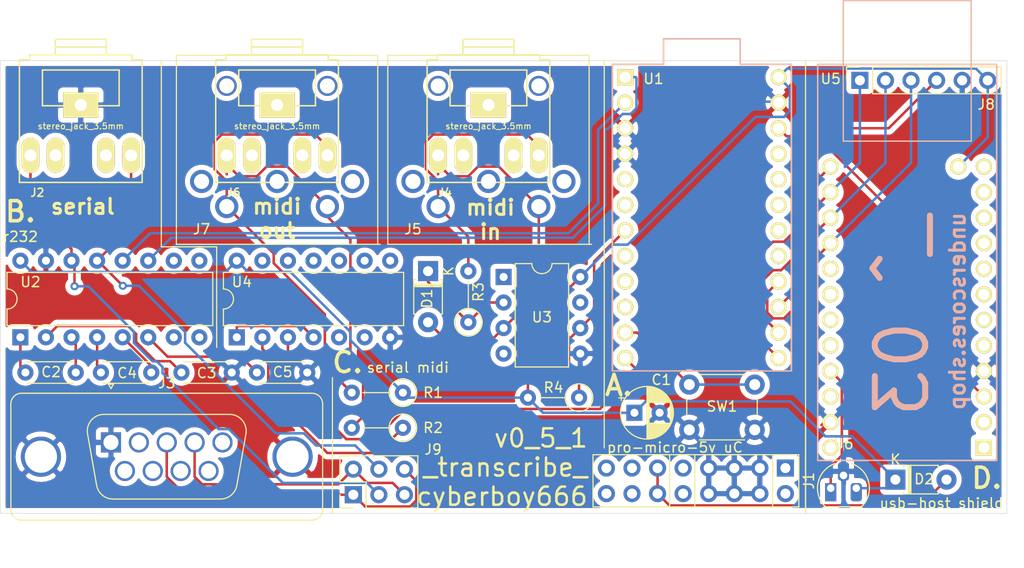
<source format=kicad_pcb>
(kicad_pcb (version 20171130) (host pcbnew 5.1.10)
  (title_block (title _transcribe_) (date 2022-02-22) (rev v0_5_1) (company cyberboy666) (comment 1 CC-BY-SA))
  (layers (0 F.Cu signal) (31 B.Cu signal) (34 B.Paste user) (35 F.Paste user) (36 B.SilkS user) (37 F.SilkS user) (38 B.Mask user) (39 F.Mask user) (44 Edge.Cuts user))
  (net 0 "")
  (net 1 "Net-(C2-Pad2)")
  (net 2 "Net-(C2-Pad1)")
  (net 3 GND)
  (net 4 "Net-(C3-Pad2)")
  (net 5 "Net-(C4-Pad2)")
  (net 6 "Net-(D1-Pad1)")
  (net 7 MIDI_IN_DATA)
  (net 8 RS_SERIAL_OUT)
  (net 9 RS_SERIAL_IN)
  (net 10 MIDI_IN_PLUS)
  (net 11 MIDI_OUT_PLUS)
  (net 12 MIDI_OUT_DATA)
  (net 13 "Net-(J5-Pad3)")
  (net 14 "Net-(J5-Pad2)")
  (net 15 "Net-(J5-Pad1)")
  (net 16 +5V)
  (net 17 MIDI_SERIAL_IN)
  (net 18 MIDI_SERIAL_OUT)
  (net 19 RST_HOST)
  (net 20 "Net-(U1-Pad20)")
  (net 21 "Net-(U1-Pad19)")
  (net 22 "Net-(U1-Pad18)")
  (net 23 "Net-(U1-Pad17)")
  (net 24 SKC_HOST)
  (net 25 MISO_HOST)
  (net 26 MOSI_HOST)
  (net 27 SS_HOST)
  (net 28 "Net-(U1-Pad10)")
  (net 29 "Net-(U1-Pad9)")
  (net 30 ALT_SERIAL_OUT)
  (net 31 ALT_SERIAL_IN)
  (net 32 "Net-(U1-Pad6)")
  (net 33 "Net-(U1-Pad5)")
  (net 34 "Net-(U2-Pad9)")
  (net 35 "Net-(U2-Pad10)")
  (net 36 "Net-(U2-Pad7)")
  (net 37 "Net-(U2-Pad8)")
  (net 38 3.3v)
  (net 39 "Net-(U4-Pad12)")
  (net 40 "Net-(U4-Pad11)")
  (net 41 "Net-(U4-Pad10)")
  (net 42 "Net-(U4-Pad9)")
  (net 43 "Net-(U4-Pad8)")
  (net 44 "Net-(U4-Pad6)")
  (net 45 "Net-(U4-Pad5)")
  (net 46 "Net-(U4-Pad1)")
  (net 47 "Net-(U5-Pad1)")
  (net 48 "Net-(U5-Pad7)")
  (net 49 "Net-(J7-Pad1)")
  (net 50 "Net-(J7-Pad2)")
  (net 51 "Net-(U1-Pad21)")
  (net 52 "Net-(C4-Pad1)")
  (net 53 "Net-(C5-Pad2)")
  (net 54 "Net-(J1-Pad1)")
  (net 55 "Net-(J1-Pad2)")
  (net 56 "Net-(J1-Pad9)")
  (net 57 "Net-(J1-Pad10)")
  (net 58 "Net-(J1-Pad13)")
  (net 59 "Net-(J1-Pad14)")
  (net 60 "Net-(J1-Pad15)")
  (net 61 "Net-(J1-Pad16)")
  (net 62 "Net-(J3-Pad1)")
  (net 63 "Net-(J3-Pad4)")
  (net 64 "Net-(J3-Pad6)")
  (net 65 "Net-(J3-Pad7)")
  (net 66 "Net-(J3-Pad8)")
  (net 67 "Net-(J3-Pad9)")
  (net 68 "Net-(J4-PadTN)")
  (net 69 "Net-(J4-PadRN)")
  (net 70 "Net-(J4-PadS)")
  (net 71 "Net-(J6-PadS)")
  (net 72 "Net-(J6-PadRN)")
  (net 73 "Net-(J6-PadTN)")
  (net 74 "Net-(J7-Pad3)")
  (net 75 "Net-(R2-Pad1)")
  (net 76 "Net-(U3-Pad1)")
  (net 77 "Net-(U3-Pad7)")
  (net 78 "Net-(U3-Pad4)")
  (net 79 "Net-(U4-Pad13)")
  (net 80 "Net-(U5-Pad24)")
  (net 81 "Net-(U5-Pad22)")
  (net 82 "Net-(U5-Pad20)")
  (net 83 "Net-(U5-Pad19)")
  (net 84 "Net-(U5-Pad18)")
  (net 85 "Net-(U5-Pad17)")
  (net 86 "Net-(U5-Pad12)")
  (net 87 "Net-(U5-Pad11)")
  (net 88 "Net-(U5-Pad10)")
  (net 89 "Net-(U5-Pad9)")
  (net 90 "Net-(U5-Pad8)")
  (net 91 "Net-(U5-Pad6)")
  (net 92 "Net-(U5-Pad5)")
  (net 93 "Net-(U5-Pad2)")
  (net 94 "Net-(D2-Pad2)")
  (net 95 "Net-(J2-PadTN)")
  (net 96 "Net-(J2-PadRN)")
  (net 97 "Net-(J3-Pad3)")
  (net 98 "Net-(J3-Pad2)")
  (net 99 "Net-(SW1-Pad2)")
  (net 100 "Net-(U1-Pad8)")
  (module lib_fp:horizontal_din5-A1010 (layer F.Cu) (at -249 -778)
    (fp_text reference J5 (at 0 4.75) (layer F.SilkS))
    (fp_text value din5)
    (pad 5 thru_hole circle (at 12.5 2.5) (size 2.3 2.3) (drill 1.5) (layers *.Cu *.Mask) (net 7 MIDI_IN_DATA))
    (pad "" thru_hole circle (at 2.5 -9.5) (size 2 2) (drill 1.5) (layers *.Cu *.Mask))
    (pad 3 thru_hole circle (at 15 0) (size 2.3 2.3) (drill 1.5) (layers *.Cu *.Mask) (net 13 "Net-(J5-Pad3)"))
    (pad 2 thru_hole circle (at 7.5 0) (size 2.3 2.3) (drill 1.5) (layers *.Cu *.Mask) (net 14 "Net-(J5-Pad2)"))
    (pad 1 thru_hole circle (at 0 0) (size 2.3 2.3) (drill 1.5) (layers *.Cu *.Mask) (net 15 "Net-(J5-Pad1)"))
    (pad 4 thru_hole circle (at 2.5 2.5) (size 2.3 2.3) (drill 1.5) (layers *.Cu *.Mask) (net 10 MIDI_IN_PLUS))
    (pad "" thru_hole circle (at 12.5 -9.5) (size 2 2) (drill 1.5) (layers *.Cu *.Mask))
  )
  (module lib_fp:horizontal_din5-A1010 (layer F.Cu) (at -270 -778)
    (fp_text reference J7 (at 0 4.75) (layer F.SilkS))
    (fp_text value din5)
    (pad 5 thru_hole circle (at 12.5 2.5) (size 2.3 2.3) (drill 1.5) (layers *.Cu *.Mask) (net 12 MIDI_OUT_DATA))
    (pad "" thru_hole circle (at 2.5 -9.5) (size 2 2) (drill 1.5) (layers *.Cu *.Mask))
    (pad 3 thru_hole circle (at 15 0) (size 2.3 2.3) (drill 1.5) (layers *.Cu *.Mask) (net 74 "Net-(J7-Pad3)"))
    (pad 2 thru_hole circle (at 7.5 0) (size 2.3 2.3) (drill 1.5) (layers *.Cu *.Mask) (net 50 "Net-(J7-Pad2)"))
    (pad 1 thru_hole circle (at 0 0) (size 2.3 2.3) (drill 1.5) (layers *.Cu *.Mask) (net 49 "Net-(J7-Pad1)"))
    (pad 4 thru_hole circle (at 2.5 2.5) (size 2.3 2.3) (drill 1.5) (layers *.Cu *.Mask) (net 11 MIDI_OUT_PLUS))
    (pad "" thru_hole circle (at 12.5 -9.5) (size 2 2) (drill 1.5) (layers *.Cu *.Mask))
  )
  (module lib_fp:horizontal_3.5mm_stereo_TRS_jack_A-853 (layer F.Cu) (at -282 -784)
    (fp_text reference J2 (at -4.318 7.112) (layer F.SilkS) (effects (font (size 0.8 0.8))))
    (fp_text value stereo_jack_3.5mm (at 0 0.508) (layer F.SilkS) (effects (font (size 0.6 0.6) (thickness 0.1))))
    (pad S thru_hole rect (at 0 -1.596) (size 3.5 2.5) (drill 1.2) (layers *.Cu *.Mask F.SilkS) (net 3 GND))
    (pad R thru_hole oval (at 5 3.41) (size 1.75 3.5) (drill 1.2) (layers *.Cu *.Mask F.SilkS) (net 9 RS_SERIAL_IN))
    (pad T thru_hole oval (at -5 3.41) (size 1.75 3.5) (drill 1.2) (layers *.Cu *.Mask F.SilkS) (net 8 RS_SERIAL_OUT))
    (pad RN thru_hole oval (at 2.5 3.41) (size 1.75 3.5) (drill 1.2) (layers *.Cu *.Mask F.SilkS) (net 96 "Net-(J2-PadRN)"))
    (pad TN thru_hole oval (at -2.5 3.41) (size 1.75 3.5) (drill 1.2) (layers *.Cu *.Mask F.SilkS) (net 95 "Net-(J2-PadTN)"))
  )
  (module lib_fp:horizontal_3.5mm_stereo_TRS_jack_A-853 (layer F.Cu) (at -241.5 -784)
    (fp_text reference J4 (at -4.318 7.112) (layer F.SilkS) (effects (font (size 0.8 0.8))))
    (fp_text value stereo_jack_3.5mm (at 0 0.508) (layer F.SilkS) (effects (font (size 0.6 0.6) (thickness 0.1))))
    (pad S thru_hole rect (at 0 -1.596) (size 3.5 2.5) (drill 1.2) (layers *.Cu *.Mask F.SilkS) (net 70 "Net-(J4-PadS)"))
    (pad R thru_hole oval (at 5 3.41) (size 1.75 3.5) (drill 1.2) (layers *.Cu *.Mask F.SilkS) (net 10 MIDI_IN_PLUS))
    (pad T thru_hole oval (at -5 3.41) (size 1.75 3.5) (drill 1.2) (layers *.Cu *.Mask F.SilkS) (net 7 MIDI_IN_DATA))
    (pad RN thru_hole oval (at 2.5 3.41) (size 1.75 3.5) (drill 1.2) (layers *.Cu *.Mask F.SilkS) (net 69 "Net-(J4-PadRN)"))
    (pad TN thru_hole oval (at -2.5 3.41) (size 1.75 3.5) (drill 1.2) (layers *.Cu *.Mask F.SilkS) (net 68 "Net-(J4-PadTN)"))
  )
  (module lib_fp:horizontal_3.5mm_stereo_TRS_jack_A-853 (layer F.Cu) (at -262.5 -784)
    (fp_text reference J6 (at -4.318 7.112) (layer F.SilkS) (effects (font (size 0.8 0.8))))
    (fp_text value stereo_jack_3.5mm (at 0 0.508) (layer F.SilkS) (effects (font (size 0.6 0.6) (thickness 0.1))))
    (pad S thru_hole rect (at 0 -1.596) (size 3.5 2.5) (drill 1.2) (layers *.Cu *.Mask F.SilkS) (net 71 "Net-(J6-PadS)"))
    (pad R thru_hole oval (at 5 3.41) (size 1.75 3.5) (drill 1.2) (layers *.Cu *.Mask F.SilkS) (net 11 MIDI_OUT_PLUS))
    (pad T thru_hole oval (at -5 3.41) (size 1.75 3.5) (drill 1.2) (layers *.Cu *.Mask F.SilkS) (net 12 MIDI_OUT_DATA))
    (pad RN thru_hole oval (at 2.5 3.41) (size 1.75 3.5) (drill 1.2) (layers *.Cu *.Mask F.SilkS) (net 72 "Net-(J6-PadRN)"))
    (pad TN thru_hole oval (at -2.5 3.41) (size 1.75 3.5) (drill 1.2) (layers *.Cu *.Mask F.SilkS) (net 73 "Net-(J6-PadTN)"))
  )
  (module lib_fp:ProMicro (layer F.Cu) (at -220.3 -774.4 270)
    (fp_text reference U1 hide)
    (fp_text value ProMicro)
    (fp_text user %R (at -13.8 4.8) (layer F.SilkS))
    (pad 24 thru_hole circle (at -13.97 -7.62 270) (size 1.6 1.6) (drill 1.1) (layers *.Cu *.Mask F.SilkS) (net 16 +5V))
    (pad 23 thru_hole circle (at -11.43 -7.62 270) (size 1.6 1.6) (drill 1.1) (layers *.Cu *.Mask F.SilkS) (net 3 GND))
    (pad 22 thru_hole circle (at -8.89 -7.62 270) (size 1.6 1.6) (drill 1.1) (layers *.Cu *.Mask F.SilkS) (net 19 RST_HOST))
    (pad 21 thru_hole circle (at -6.35 -7.62 270) (size 1.6 1.6) (drill 1.1) (layers *.Cu *.Mask F.SilkS) (net 51 "Net-(U1-Pad21)"))
    (pad 20 thru_hole circle (at -3.81 -7.62 270) (size 1.6 1.6) (drill 1.1) (layers *.Cu *.Mask F.SilkS) (net 20 "Net-(U1-Pad20)"))
    (pad 19 thru_hole circle (at -1.27 -7.62 270) (size 1.6 1.6) (drill 1.1) (layers *.Cu *.Mask F.SilkS) (net 21 "Net-(U1-Pad19)"))
    (pad 18 thru_hole circle (at 1.27 -7.62 270) (size 1.6 1.6) (drill 1.1) (layers *.Cu *.Mask F.SilkS) (net 22 "Net-(U1-Pad18)"))
    (pad 17 thru_hole circle (at 3.81 -7.62 270) (size 1.6 1.6) (drill 1.1) (layers *.Cu *.Mask F.SilkS) (net 23 "Net-(U1-Pad17)"))
    (pad 16 thru_hole circle (at 6.35 -7.62 270) (size 1.6 1.6) (drill 1.1) (layers *.Cu *.Mask F.SilkS) (net 24 SKC_HOST))
    (pad 15 thru_hole circle (at 8.89 -7.62 270) (size 1.6 1.6) (drill 1.1) (layers *.Cu *.Mask F.SilkS) (net 25 MISO_HOST))
    (pad 14 thru_hole circle (at 11.43 -7.62 270) (size 1.6 1.6) (drill 1.1) (layers *.Cu *.Mask F.SilkS) (net 26 MOSI_HOST))
    (pad 13 thru_hole circle (at 13.97 -7.62 270) (size 1.6 1.6) (drill 1.1) (layers *.Cu *.Mask F.SilkS) (net 27 SS_HOST))
    (pad 12 thru_hole circle (at 13.97 7.62 270) (size 1.6 1.6) (drill 1.1) (layers *.Cu *.Mask F.SilkS) (net 18 MIDI_SERIAL_OUT))
    (pad 11 thru_hole circle (at 11.43 7.62 270) (size 1.6 1.6) (drill 1.1) (layers *.Cu *.Mask F.SilkS) (net 99 "Net-(SW1-Pad2)"))
    (pad 10 thru_hole circle (at 8.89 7.62 270) (size 1.6 1.6) (drill 1.1) (layers *.Cu *.Mask F.SilkS) (net 28 "Net-(U1-Pad10)"))
    (pad 9 thru_hole circle (at 6.35 7.62 270) (size 1.6 1.6) (drill 1.1) (layers *.Cu *.Mask F.SilkS) (net 29 "Net-(U1-Pad9)"))
    (pad 8 thru_hole circle (at 3.81 7.62 270) (size 1.6 1.6) (drill 1.1) (layers *.Cu *.Mask F.SilkS) (net 100 "Net-(U1-Pad8)"))
    (pad 7 thru_hole circle (at 1.27 7.62 270) (size 1.6 1.6) (drill 1.1) (layers *.Cu *.Mask F.SilkS) (net 17 MIDI_SERIAL_IN))
    (pad 6 thru_hole circle (at -1.27 7.62 270) (size 1.6 1.6) (drill 1.1) (layers *.Cu *.Mask F.SilkS) (net 32 "Net-(U1-Pad6)"))
    (pad 5 thru_hole circle (at -3.81 7.62 270) (size 1.6 1.6) (drill 1.1) (layers *.Cu *.Mask F.SilkS) (net 33 "Net-(U1-Pad5)"))
    (pad 4 thru_hole circle (at -6.35 7.62 270) (size 1.6 1.6) (drill 1.1) (layers *.Cu *.Mask F.SilkS) (net 3 GND))
    (pad 3 thru_hole circle (at -8.89 7.62 270) (size 1.6 1.6) (drill 1.1) (layers *.Cu *.Mask F.SilkS) (net 3 GND))
    (pad 2 thru_hole circle (at -11.43 7.62 270) (size 1.6 1.6) (drill 1.1) (layers *.Cu *.Mask F.SilkS) (net 31 ALT_SERIAL_IN))
    (pad 1 thru_hole rect (at -13.97 7.62 270) (size 1.6 1.6) (drill 1.1) (layers *.Cu *.Mask F.SilkS) (net 30 ALT_SERIAL_OUT))
  )
  (module lib_fp:usbHostMidi (layer F.Cu) (at -199.9 -765.5 90)
    (fp_text reference U5 hide)
    (fp_text value usbHostMini)
    (fp_text user %R (at 22.7 -7.6 180) (layer F.SilkS))
    (pad 25 thru_hole circle (at 13.97 5.08 90) (size 1.6 1.6) (drill 1.1) (layers *.Cu *.Mask F.SilkS) (net 16 +5V))
    (pad 1 thru_hole rect (at -13.97 7.62 90) (size 1.6 1.6) (drill 1.1) (layers *.Cu *.Mask F.SilkS) (net 47 "Net-(U5-Pad1)"))
    (pad 2 thru_hole circle (at -11.43 7.62 90) (size 1.6 1.6) (drill 1.1) (layers *.Cu *.Mask F.SilkS) (net 93 "Net-(U5-Pad2)"))
    (pad 3 thru_hole circle (at -8.89 7.62 90) (size 1.6 1.6) (drill 1.1) (layers *.Cu *.Mask F.SilkS) (net 19 RST_HOST))
    (pad 4 thru_hole circle (at -6.35 7.62 90) (size 1.6 1.6) (drill 1.1) (layers *.Cu *.Mask F.SilkS) (net 3 GND))
    (pad 5 thru_hole circle (at -3.81 7.62 90) (size 1.6 1.6) (drill 1.1) (layers *.Cu *.Mask F.SilkS) (net 92 "Net-(U5-Pad5)"))
    (pad 6 thru_hole circle (at -1.27 7.62 90) (size 1.6 1.6) (drill 1.1) (layers *.Cu *.Mask F.SilkS) (net 91 "Net-(U5-Pad6)"))
    (pad 7 thru_hole circle (at 1.27 7.62 90) (size 1.6 1.6) (drill 1.1) (layers *.Cu *.Mask F.SilkS) (net 48 "Net-(U5-Pad7)"))
    (pad 8 thru_hole circle (at 3.81 7.62 90) (size 1.6 1.6) (drill 1.1) (layers *.Cu *.Mask F.SilkS) (net 90 "Net-(U5-Pad8)"))
    (pad 9 thru_hole circle (at 6.35 7.62 90) (size 1.6 1.6) (drill 1.1) (layers *.Cu *.Mask F.SilkS) (net 89 "Net-(U5-Pad9)"))
    (pad 10 thru_hole circle (at 8.89 7.62 90) (size 1.6 1.6) (drill 1.1) (layers *.Cu *.Mask F.SilkS) (net 88 "Net-(U5-Pad10)"))
    (pad 11 thru_hole circle (at 11.43 7.62 90) (size 1.6 1.6) (drill 1.1) (layers *.Cu *.Mask F.SilkS) (net 87 "Net-(U5-Pad11)"))
    (pad 12 thru_hole circle (at 13.97 7.62 90) (size 1.6 1.6) (drill 1.1) (layers *.Cu *.Mask F.SilkS) (net 86 "Net-(U5-Pad12)"))
    (pad 13 thru_hole circle (at 13.97 -7.62 90) (size 1.6 1.6) (drill 1.1) (layers *.Cu *.Mask F.SilkS) (net 27 SS_HOST))
    (pad 14 thru_hole circle (at 11.43 -7.62 90) (size 1.6 1.6) (drill 1.1) (layers *.Cu *.Mask F.SilkS) (net 26 MOSI_HOST))
    (pad 15 thru_hole circle (at 8.89 -7.62 90) (size 1.6 1.6) (drill 1.1) (layers *.Cu *.Mask F.SilkS) (net 25 MISO_HOST))
    (pad 16 thru_hole circle (at 6.35 -7.62 90) (size 1.6 1.6) (drill 1.1) (layers *.Cu *.Mask F.SilkS) (net 24 SKC_HOST))
    (pad 17 thru_hole circle (at 3.81 -7.62 90) (size 1.6 1.6) (drill 1.1) (layers *.Cu *.Mask F.SilkS) (net 85 "Net-(U5-Pad17)"))
    (pad 18 thru_hole circle (at 1.27 -7.62 90) (size 1.6 1.6) (drill 1.1) (layers *.Cu *.Mask F.SilkS) (net 84 "Net-(U5-Pad18)"))
    (pad 19 thru_hole circle (at -1.27 -7.62 90) (size 1.6 1.6) (drill 1.1) (layers *.Cu *.Mask F.SilkS) (net 83 "Net-(U5-Pad19)"))
    (pad 20 thru_hole circle (at -3.81 -7.62 90) (size 1.6 1.6) (drill 1.1) (layers *.Cu *.Mask F.SilkS) (net 82 "Net-(U5-Pad20)"))
    (pad 21 thru_hole circle (at -6.35 -7.62 90) (size 1.6 1.6) (drill 1.1) (layers *.Cu *.Mask F.SilkS) (net 38 3.3v))
    (pad 22 thru_hole circle (at -8.89 -7.62 90) (size 1.6 1.6) (drill 1.1) (layers *.Cu *.Mask F.SilkS) (net 81 "Net-(U5-Pad22)"))
    (pad 23 thru_hole circle (at -11.43 -7.62 90) (size 1.6 1.6) (drill 1.1) (layers *.Cu *.Mask F.SilkS) (net 3 GND))
    (pad 24 thru_hole circle (at -13.97 -7.62 90) (size 1.6 1.6) (drill 1.1) (layers *.Cu *.Mask F.SilkS) (net 80 "Net-(U5-Pad24)"))
  )
  (module Diode_THT:D_T-1_P5.08mm_Horizontal (layer F.Cu) (at -247.5 -769.08 270)
    (fp_text reference D1 (at 2.73 0.1 90) (layer F.SilkS))
    (fp_text value 1N4148)
    (fp_text user K (at 0 -2 90) (layer F.SilkS))
    (pad 1 thru_hole rect (at 0 0 270) (size 2 2) (drill 1) (layers *.Cu *.Mask) (net 6 "Net-(D1-Pad1)"))
    (pad 2 thru_hole oval (at 5.08 0 270) (size 2 2) (drill 1) (layers *.Cu *.Mask) (net 7 MIDI_IN_DATA))
  )
  (module Resistor_THT:R_Axial_DIN0207_L6.3mm_D2.5mm_P5.08mm_Vertical (layer F.Cu) (at -250 -753.5 180)
    (fp_text reference R2 (at -3 0) (layer F.SilkS))
    (fp_text value 220)
    (pad 2 thru_hole oval (at 5.08 0 180) (size 1.6 1.6) (drill 0.8) (layers *.Cu *.Mask) (net 12 MIDI_OUT_DATA))
    (pad 1 thru_hole circle (at 0 0 180) (size 1.6 1.6) (drill 0.8) (layers *.Cu *.Mask) (net 75 "Net-(R2-Pad1)"))
  )
  (module Package_DIP:DIP-16_W7.62mm (layer F.Cu) (at -288 -762.5 90)
    (fp_text reference U2 (at 5.5 1 180) (layer F.SilkS))
    (fp_text value MAX232)
    (pad 1 thru_hole rect (at 0 0 90) (size 1.6 1.6) (drill 0.8) (layers *.Cu *.Mask) (net 2 "Net-(C2-Pad1)"))
    (pad 9 thru_hole oval (at 7.62 17.78 90) (size 1.6 1.6) (drill 0.8) (layers *.Cu *.Mask) (net 34 "Net-(U2-Pad9)"))
    (pad 2 thru_hole oval (at 0 2.54 90) (size 1.6 1.6) (drill 0.8) (layers *.Cu *.Mask) (net 4 "Net-(C3-Pad2)"))
    (pad 10 thru_hole oval (at 7.62 15.24 90) (size 1.6 1.6) (drill 0.8) (layers *.Cu *.Mask) (net 35 "Net-(U2-Pad10)"))
    (pad 3 thru_hole oval (at 0 5.08 90) (size 1.6 1.6) (drill 0.8) (layers *.Cu *.Mask) (net 1 "Net-(C2-Pad2)"))
    (pad 11 thru_hole oval (at 7.62 12.7 90) (size 1.6 1.6) (drill 0.8) (layers *.Cu *.Mask) (net 30 ALT_SERIAL_OUT))
    (pad 4 thru_hole oval (at 0 7.62 90) (size 1.6 1.6) (drill 0.8) (layers *.Cu *.Mask) (net 52 "Net-(C4-Pad1)"))
    (pad 12 thru_hole oval (at 7.62 10.16 90) (size 1.6 1.6) (drill 0.8) (layers *.Cu *.Mask) (net 31 ALT_SERIAL_IN))
    (pad 5 thru_hole oval (at 0 10.16 90) (size 1.6 1.6) (drill 0.8) (layers *.Cu *.Mask) (net 5 "Net-(C4-Pad2)"))
    (pad 13 thru_hole oval (at 7.62 7.62 90) (size 1.6 1.6) (drill 0.8) (layers *.Cu *.Mask) (net 9 RS_SERIAL_IN))
    (pad 6 thru_hole oval (at 0 12.7 90) (size 1.6 1.6) (drill 0.8) (layers *.Cu *.Mask) (net 53 "Net-(C5-Pad2)"))
    (pad 14 thru_hole oval (at 7.62 5.08 90) (size 1.6 1.6) (drill 0.8) (layers *.Cu *.Mask) (net 8 RS_SERIAL_OUT))
    (pad 7 thru_hole oval (at 0 15.24 90) (size 1.6 1.6) (drill 0.8) (layers *.Cu *.Mask) (net 36 "Net-(U2-Pad7)"))
    (pad 15 thru_hole oval (at 7.62 2.54 90) (size 1.6 1.6) (drill 0.8) (layers *.Cu *.Mask) (net 3 GND))
    (pad 8 thru_hole oval (at 0 17.78 90) (size 1.6 1.6) (drill 0.8) (layers *.Cu *.Mask) (net 37 "Net-(U2-Pad8)"))
    (pad 16 thru_hole oval (at 7.62 0 90) (size 1.6 1.6) (drill 0.8) (layers *.Cu *.Mask) (net 16 +5V))
  )
  (module Package_DIP:DIP-8_W7.62mm (layer F.Cu) (at -240 -768.5)
    (fp_text reference U3 (at 3.81 4) (layer F.SilkS))
    (fp_text value 6N137)
    (pad 1 thru_hole rect (at 0 0) (size 1.6 1.6) (drill 0.8) (layers *.Cu *.Mask) (net 76 "Net-(U3-Pad1)"))
    (pad 5 thru_hole oval (at 7.62 7.62) (size 1.6 1.6) (drill 0.8) (layers *.Cu *.Mask) (net 3 GND))
    (pad 2 thru_hole oval (at 0 2.54) (size 1.6 1.6) (drill 0.8) (layers *.Cu *.Mask) (net 6 "Net-(D1-Pad1)"))
    (pad 6 thru_hole oval (at 7.62 5.08) (size 1.6 1.6) (drill 0.8) (layers *.Cu *.Mask) (net 17 MIDI_SERIAL_IN))
    (pad 3 thru_hole oval (at 0 5.08) (size 1.6 1.6) (drill 0.8) (layers *.Cu *.Mask) (net 7 MIDI_IN_DATA))
    (pad 7 thru_hole oval (at 7.62 2.54) (size 1.6 1.6) (drill 0.8) (layers *.Cu *.Mask) (net 77 "Net-(U3-Pad7)"))
    (pad 4 thru_hole oval (at 0 7.62) (size 1.6 1.6) (drill 0.8) (layers *.Cu *.Mask) (net 78 "Net-(U3-Pad4)"))
    (pad 8 thru_hole oval (at 7.62 0) (size 1.6 1.6) (drill 0.8) (layers *.Cu *.Mask) (net 16 +5V))
  )
  (module Resistor_THT:R_Axial_DIN0207_L6.3mm_D2.5mm_P5.08mm_Vertical (layer F.Cu) (at -243.5 -764 90)
    (fp_text reference R3 (at 3 1 90) (layer F.SilkS))
    (fp_text value 220)
    (pad 1 thru_hole circle (at 0 0 90) (size 1.6 1.6) (drill 0.8) (layers *.Cu *.Mask) (net 6 "Net-(D1-Pad1)"))
    (pad 2 thru_hole oval (at 5.08 0 90) (size 1.6 1.6) (drill 0.8) (layers *.Cu *.Mask) (net 10 MIDI_IN_PLUS))
  )
  (module Resistor_THT:R_Axial_DIN0207_L6.3mm_D2.5mm_P5.08mm_Vertical (layer F.Cu) (at -232.5 -756.5 180)
    (fp_text reference R4 (at 2.54 1) (layer F.SilkS))
    (fp_text value 10k)
    (pad 2 thru_hole oval (at 5.08 0 180) (size 1.6 1.6) (drill 0.8) (layers *.Cu *.Mask) (net 16 +5V))
    (pad 1 thru_hole circle (at 0 0 180) (size 1.6 1.6) (drill 0.8) (layers *.Cu *.Mask) (net 17 MIDI_SERIAL_IN))
  )
  (module Resistor_THT:R_Axial_DIN0207_L6.3mm_D2.5mm_P5.08mm_Vertical (layer F.Cu) (at -250 -757 180)
    (fp_text reference R1 (at -3 0) (layer F.SilkS))
    (fp_text value 220)
    (pad 1 thru_hole circle (at 0 0 180) (size 1.6 1.6) (drill 0.8) (layers *.Cu *.Mask) (net 16 +5V))
    (pad 2 thru_hole oval (at 5.08 0 180) (size 1.6 1.6) (drill 0.8) (layers *.Cu *.Mask) (net 11 MIDI_OUT_PLUS))
  )
  (module Package_DIP:DIP-14_W7.62mm (layer F.Cu) (at -266.5 -762.5 90)
    (fp_text reference U4 (at 5.5 0.5 180) (layer F.SilkS))
    (fp_text value CD4069)
    (pad 1 thru_hole rect (at 0 0 90) (size 1.6 1.6) (drill 0.8) (layers *.Cu *.Mask) (net 46 "Net-(U4-Pad1)"))
    (pad 8 thru_hole oval (at 7.62 15.24 90) (size 1.6 1.6) (drill 0.8) (layers *.Cu *.Mask) (net 43 "Net-(U4-Pad8)"))
    (pad 2 thru_hole oval (at 0 2.54 90) (size 1.6 1.6) (drill 0.8) (layers *.Cu *.Mask) (net 75 "Net-(R2-Pad1)"))
    (pad 9 thru_hole oval (at 7.62 12.7 90) (size 1.6 1.6) (drill 0.8) (layers *.Cu *.Mask) (net 42 "Net-(U4-Pad9)"))
    (pad 3 thru_hole oval (at 0 5.08 90) (size 1.6 1.6) (drill 0.8) (layers *.Cu *.Mask) (net 18 MIDI_SERIAL_OUT))
    (pad 10 thru_hole oval (at 7.62 10.16 90) (size 1.6 1.6) (drill 0.8) (layers *.Cu *.Mask) (net 41 "Net-(U4-Pad10)"))
    (pad 4 thru_hole oval (at 0 7.62 90) (size 1.6 1.6) (drill 0.8) (layers *.Cu *.Mask) (net 46 "Net-(U4-Pad1)"))
    (pad 11 thru_hole oval (at 7.62 7.62 90) (size 1.6 1.6) (drill 0.8) (layers *.Cu *.Mask) (net 40 "Net-(U4-Pad11)"))
    (pad 5 thru_hole oval (at 0 10.16 90) (size 1.6 1.6) (drill 0.8) (layers *.Cu *.Mask) (net 45 "Net-(U4-Pad5)"))
    (pad 12 thru_hole oval (at 7.62 5.08 90) (size 1.6 1.6) (drill 0.8) (layers *.Cu *.Mask) (net 39 "Net-(U4-Pad12)"))
    (pad 6 thru_hole oval (at 0 12.7 90) (size 1.6 1.6) (drill 0.8) (layers *.Cu *.Mask) (net 44 "Net-(U4-Pad6)"))
    (pad 13 thru_hole oval (at 7.62 2.54 90) (size 1.6 1.6) (drill 0.8) (layers *.Cu *.Mask) (net 79 "Net-(U4-Pad13)"))
    (pad 7 thru_hole oval (at 0 15.24 90) (size 1.6 1.6) (drill 0.8) (layers *.Cu *.Mask) (net 3 GND))
    (pad 14 thru_hole oval (at 7.62 0 90) (size 1.6 1.6) (drill 0.8) (layers *.Cu *.Mask) (net 16 +5V))
  )
  (module Capacitor_THT:CP_Radial_D5.0mm_P2.50mm (layer F.Cu) (at -227 -755)
    (fp_text reference C1 (at 2.675 -3.275) (layer F.SilkS))
    (fp_text value 100uf)
    (pad 1 thru_hole rect (at 0 0) (size 1.6 1.6) (drill 0.8) (layers *.Cu *.Mask) (net 16 +5V))
    (pad 2 thru_hole circle (at 2.5 0) (size 1.6 1.6) (drill 0.8) (layers *.Cu *.Mask) (net 3 GND))
  )
  (module Capacitor_THT:C_Disc_D4.3mm_W1.9mm_P5.00mm (layer F.Cu) (at -287.5 -759)
    (fp_text reference C2 (at 2.55 -0.05) (layer F.SilkS))
    (fp_text value 0.1u)
    (pad 1 thru_hole circle (at 0 0) (size 1.6 1.6) (drill 0.8) (layers *.Cu *.Mask) (net 2 "Net-(C2-Pad1)"))
    (pad 2 thru_hole circle (at 5 0) (size 1.6 1.6) (drill 0.8) (layers *.Cu *.Mask) (net 1 "Net-(C2-Pad2)"))
  )
  (module Capacitor_THT:C_Disc_D4.3mm_W1.9mm_P5.00mm (layer F.Cu) (at -267 -759 180)
    (fp_text reference C3 (at 2.5 -0.05) (layer F.SilkS))
    (fp_text value 0.1u)
    (pad 1 thru_hole circle (at 0 0 180) (size 1.6 1.6) (drill 0.8) (layers *.Cu *.Mask) (net 3 GND))
    (pad 2 thru_hole circle (at 5 0 180) (size 1.6 1.6) (drill 0.8) (layers *.Cu *.Mask) (net 4 "Net-(C3-Pad2)"))
  )
  (module Capacitor_THT:C_Disc_D4.3mm_W1.9mm_P5.00mm (layer F.Cu) (at -280 -759)
    (fp_text reference C4 (at 2.6 0.05) (layer F.SilkS))
    (fp_text value 0.1u)
    (pad 2 thru_hole circle (at 5 0) (size 1.6 1.6) (drill 0.8) (layers *.Cu *.Mask) (net 5 "Net-(C4-Pad2)"))
    (pad 1 thru_hole circle (at 0 0) (size 1.6 1.6) (drill 0.8) (layers *.Cu *.Mask) (net 52 "Net-(C4-Pad1)"))
  )
  (module Capacitor_THT:C_Disc_D4.3mm_W1.9mm_P5.00mm (layer F.Cu) (at -259.5 -759 180)
    (fp_text reference C5 (at 2.45 0.05) (layer F.SilkS))
    (fp_text value 0.1u)
    (pad 2 thru_hole circle (at 5 0 180) (size 1.6 1.6) (drill 0.8) (layers *.Cu *.Mask) (net 53 "Net-(C5-Pad2)"))
    (pad 1 thru_hole circle (at 0 0 180) (size 1.6 1.6) (drill 0.8) (layers *.Cu *.Mask) (net 3 GND))
  )
  (module Diode_THT:D_T-1_P5.08mm_Horizontal (layer F.Cu) (at -201.075 -748.35)
    (fp_text reference D2 (at 2.85 -0.05) (layer F.SilkS))
    (fp_text value 1N4148)
    (fp_text user K (at 0 -2) (layer F.SilkS))
    (pad 2 thru_hole oval (at 5.08 0) (size 2 2) (drill 1) (layers *.Cu *.Mask) (net 94 "Net-(D2-Pad2)"))
    (pad 1 thru_hole rect (at 0 0) (size 2 2) (drill 1) (layers *.Cu *.Mask) (net 16 +5V))
  )
  (module lib_fp:PinHeader_2x08_P2.54_Euro (layer F.Cu) (at -212 -749.5 270)
    (fp_text reference J1 (at 1.27 -2.33 90) (layer F.SilkS))
    (fp_text value europower)
    (pad 1 thru_hole rect (at 0 0 270) (size 1.7 1.7) (drill 1) (layers *.Cu *.Mask) (net 54 "Net-(J1-Pad1)"))
    (pad 2 thru_hole oval (at 2.54 0 270) (size 1.7 1.7) (drill 1) (layers *.Cu *.Mask) (net 55 "Net-(J1-Pad2)"))
    (pad 3 thru_hole oval (at 0 2.54 270) (size 1.7 1.7) (drill 1) (layers *.Cu *.Mask) (net 3 GND))
    (pad 4 thru_hole oval (at 2.54 2.54 270) (size 1.7 1.7) (drill 1) (layers *.Cu *.Mask) (net 3 GND))
    (pad 5 thru_hole oval (at 0 5.08 270) (size 1.7 1.7) (drill 1) (layers *.Cu *.Mask) (net 3 GND))
    (pad 6 thru_hole oval (at 2.54 5.08 270) (size 1.7 1.7) (drill 1) (layers *.Cu *.Mask) (net 3 GND))
    (pad 7 thru_hole oval (at 0 7.62 270) (size 1.7 1.7) (drill 1) (layers *.Cu *.Mask) (net 3 GND))
    (pad 8 thru_hole oval (at 2.54 7.62 270) (size 1.7 1.7) (drill 1) (layers *.Cu *.Mask) (net 3 GND))
    (pad 9 thru_hole oval (at 0 10.16 270) (size 1.7 1.7) (drill 1) (layers *.Cu *.Mask) (net 56 "Net-(J1-Pad9)"))
    (pad 10 thru_hole oval (at 2.54 10.16 270) (size 1.7 1.7) (drill 1) (layers *.Cu *.Mask) (net 57 "Net-(J1-Pad10)"))
    (pad 11 thru_hole oval (at 0 12.7 270) (size 1.7 1.7) (drill 1) (layers *.Cu *.Mask) (net 94 "Net-(D2-Pad2)"))
    (pad 12 thru_hole oval (at 2.54 12.7 270) (size 1.7 1.7) (drill 1) (layers *.Cu *.Mask) (net 94 "Net-(D2-Pad2)"))
    (pad 13 thru_hole oval (at 0 15.24 270) (size 1.7 1.7) (drill 1) (layers *.Cu *.Mask) (net 58 "Net-(J1-Pad13)"))
    (pad 14 thru_hole oval (at 2.54 15.24 270) (size 1.7 1.7) (drill 1) (layers *.Cu *.Mask) (net 59 "Net-(J1-Pad14)"))
    (pad 15 thru_hole oval (at 0 17.78 270) (size 1.7 1.7) (drill 1) (layers *.Cu *.Mask) (net 60 "Net-(J1-Pad15)"))
    (pad 16 thru_hole oval (at 2.54 17.78 270) (size 1.7 1.7) (drill 1) (layers *.Cu *.Mask) (net 61 "Net-(J1-Pad16)"))
  )
  (module Connector_PinSocket_2.54mm:PinSocket_1x06_P2.54mm_Vertical (layer F.Cu) (at -204.6 -788.05 90)
    (fp_text reference J8 (at -2.4 12.55) (layer F.SilkS))
    (fp_text value Conn_01x06)
    (pad 1 thru_hole rect (at 0 0 90) (size 1.7 1.7) (drill 1) (layers *.Cu *.Mask) (net 26 MOSI_HOST))
    (pad 2 thru_hole oval (at 0 2.54 90) (size 1.7 1.7) (drill 1) (layers *.Cu *.Mask) (net 25 MISO_HOST))
    (pad 3 thru_hole oval (at 0 5.08 90) (size 1.7 1.7) (drill 1) (layers *.Cu *.Mask) (net 24 SKC_HOST))
    (pad 4 thru_hole oval (at 0 7.62 90) (size 1.7 1.7) (drill 1) (layers *.Cu *.Mask) (net 19 RST_HOST))
    (pad 5 thru_hole oval (at 0 10.16 90) (size 1.7 1.7) (drill 1) (layers *.Cu *.Mask) (net 3 GND))
    (pad 6 thru_hole oval (at 0 12.7 90) (size 1.7 1.7) (drill 1) (layers *.Cu *.Mask) (net 16 +5V))
  )
  (module Package_TO_SOT_THT:TO-92_HandSolder (layer F.Cu) (at -207.5 -747.5)
    (fp_text reference U6 (at 1.27 -4.4) (layer F.SilkS))
    (fp_text value 78L33)
    (pad 2 thru_hole roundrect (at 1.27 -1.27) (size 1.1 1.8) (drill 0.75 (offset 0 -0.4)) (layers *.Cu *.Mask) (net 3 GND))
    (pad 3 thru_hole roundrect (at 2.54 0) (size 1.1 1.8) (drill 0.75 (offset 0 0.4)) (layers *.Cu *.Mask) (net 16 +5V))
    (pad 1 thru_hole rect (at 0 0) (size 1.1 1.8) (drill 0.75 (offset 0 0.4)) (layers *.Cu *.Mask) (net 38 3.3v))
  )
  (module lib_fp:tht_DSUB-9_Vertical_Tayda (layer F.Cu) (at -279 -752.05)
    (fp_text reference J3 (at 5.54 -5.89) (layer F.SilkS))
    (fp_text value dsub9_socket)
    (pad 5 thru_hole rect (at 0 0) (size 2 2) (drill 1.5) (layers *.Cu *.Mask) (net 3 GND))
    (pad 4 thru_hole circle (at 2.77 0) (size 2 2) (drill 1.5) (layers *.Cu *.Mask) (net 63 "Net-(J3-Pad4)"))
    (pad 3 thru_hole circle (at 5.54 0) (size 2 2) (drill 1.5) (layers *.Cu *.Mask) (net 97 "Net-(J3-Pad3)"))
    (pad 2 thru_hole circle (at 8.31 0) (size 2 2) (drill 1.5) (layers *.Cu *.Mask) (net 98 "Net-(J3-Pad2)"))
    (pad 1 thru_hole circle (at 11.08 0) (size 2 2) (drill 1.5) (layers *.Cu *.Mask) (net 62 "Net-(J3-Pad1)"))
    (pad 9 thru_hole circle (at 1.385 2.84) (size 2 2) (drill 1.5) (layers *.Cu *.Mask) (net 67 "Net-(J3-Pad9)"))
    (pad 8 thru_hole circle (at 4.155 2.84) (size 2 2) (drill 1.5) (layers *.Cu *.Mask) (net 66 "Net-(J3-Pad8)"))
    (pad 7 thru_hole circle (at 6.925 2.84) (size 2 2) (drill 1.5) (layers *.Cu *.Mask) (net 65 "Net-(J3-Pad7)"))
    (pad 6 thru_hole circle (at 9.695 2.84) (size 2 2) (drill 1.5) (layers *.Cu *.Mask) (net 64 "Net-(J3-Pad6)"))
    (pad 0 thru_hole circle (at -6.96 1.42) (size 4 4) (drill 3.2) (layers *.Cu *.Mask) (net 3 GND))
    (pad 0 thru_hole circle (at 18.04 1.42) (size 4 4) (drill 3.2) (layers *.Cu *.Mask) (net 3 GND))
  )
  (module Connector_PinHeader_2.54mm:PinHeader_2x03_P2.54mm_Vertical (layer F.Cu) (at -254.925 -746.85 90)
    (fp_text reference J9 (at 4.5 7.925 180) (layer F.SilkS))
    (fp_text value Conn_02x03_Odd_Even)
    (pad 1 thru_hole rect (at 0 0 90) (size 1.7 1.7) (drill 1) (layers *.Cu *.Mask) (net 97 "Net-(J3-Pad3)"))
    (pad 2 thru_hole oval (at 2.54 0 90) (size 1.7 1.7) (drill 1) (layers *.Cu *.Mask) (net 98 "Net-(J3-Pad2)"))
    (pad 3 thru_hole oval (at 0 2.54 90) (size 1.7 1.7) (drill 1) (layers *.Cu *.Mask) (net 8 RS_SERIAL_OUT))
    (pad 4 thru_hole oval (at 2.54 2.54 90) (size 1.7 1.7) (drill 1) (layers *.Cu *.Mask) (net 9 RS_SERIAL_IN))
    (pad 5 thru_hole oval (at 0 5.08 90) (size 1.7 1.7) (drill 1) (layers *.Cu *.Mask) (net 98 "Net-(J3-Pad2)"))
    (pad 6 thru_hole oval (at 2.54 5.08 90) (size 1.7 1.7) (drill 1) (layers *.Cu *.Mask) (net 97 "Net-(J3-Pad3)"))
  )
  (module Button_Switch_THT:SW_PUSH_6mm_H7.3mm (layer F.Cu) (at -215.05 -753.3 180)
    (fp_text reference SW1 (at 3.25 2.325) (layer F.SilkS))
    (fp_text value SW_Push_Dual)
    (pad 2 thru_hole circle (at 0 4.5 270) (size 2 2) (drill 1.1) (layers *.Cu *.Mask) (net 99 "Net-(SW1-Pad2)"))
    (pad 1 thru_hole circle (at 0 0 270) (size 2 2) (drill 1.1) (layers *.Cu *.Mask) (net 3 GND))
    (pad 2 thru_hole circle (at 6.5 4.5 270) (size 2 2) (drill 1.1) (layers *.Cu *.Mask) (net 99 "Net-(SW1-Pad2)"))
    (pad 1 thru_hole circle (at 6.5 0 270) (size 2 2) (drill 1.1) (layers *.Cu *.Mask) (net 3 GND))
  )
  (gr_text "_^ 03" (at -200.4 -764.6 90) (layer B.SilkS) (effects (font (size 5 5) (thickness 0.6)) (justify mirror)))
  (gr_text underscores.shop (at -194.9 -765.1 90) (layer B.SilkS) (effects (font (size 1.5 1.5) (thickness 0.3)) (justify mirror)))
  (gr_text "midi\nin" (at -241.3 -774.2) (layer F.SilkS) (effects (font (size 1.5 1.5) (thickness 0.3))))
  (gr_text "midi\nout" (at -262.5 -774.3) (layer F.SilkS) (effects (font (size 1.5 1.5) (thickness 0.3))))
  (gr_text serial (at -281.8 -775.5) (layer F.SilkS) (effects (font (size 1.5 1.5) (thickness 0.3))))
  (gr_text D. (at -192 -748.5) (layer F.SilkS) (effects (font (size 2 2) (thickness 0.35))))
  (gr_line (start -268.5 -761.5) (end -268.5 -771.5) (layer F.SilkS) (width 0.12))
  (gr_line (start -274 -771.5) (end -274 -790) (layer F.SilkS) (width 0.12))
  (gr_line (start -268.5 -771.5) (end -274 -771.5) (layer F.SilkS) (width 0.12))
  (gr_line (start -257 -745) (end -257 -758.5) (layer F.SilkS) (width 0.12))
  (gr_text "v0_5_1\n_transcribe_\ncyberboy666" (at -231.5 -749.575) (layer F.SilkS) (effects (font (size 1.8 1.8) (thickness 0.25)) (justify right)))
  (gr_text r232 (at -288 -772.5) (layer F.SilkS) (effects (font (size 1 1))))
  (gr_text "serial midi" (at -249.5 -759.5) (layer F.SilkS) (effects (font (size 1 1))))
  (gr_text "pro-micro-5v uC" (at -222.975 -751.55) (layer F.SilkS) (effects (font (size 1 1))))
  (gr_text "usb-host shield" (at -196.5 -746) (layer F.SilkS) (effects (font (size 1 1))))
  (gr_text C. (at -255.5 -760) (layer F.SilkS) (effects (font (size 2 2) (thickness 0.35))))
  (gr_text B. (at -288 -775) (layer F.SilkS) (effects (font (size 2 2) (thickness 0.35))))
  (gr_text A. (at -228.55 -757.725) (layer F.SilkS) (effects (font (size 2 2) (thickness 0.35))))
  (gr_line (start -230 -790) (end -230 -751.5) (layer F.SilkS) (width 0.12))
  (gr_line (start -210 -745) (end -210 -754) (layer F.SilkS) (width 0.12))
  (gr_line (start -210 -790) (end -210 -745) (layer F.SilkS) (width 0.12))
  (gr_line (start -290 -745) (end -290 -790) (layer Edge.Cuts) (width 0.05))
  (gr_line (start -190 -745) (end -290 -745) (layer Edge.Cuts) (width 0.05))
  (gr_line (start -190 -790) (end -190 -745) (layer Edge.Cuts) (width 0.05))
  (gr_line (start -290 -790) (end -190 -790) (layer Edge.Cuts) (width 0.05))
  (segment (start -283.5 -762.5) (end -282.92 -762.5) (width 0.25) (layer F.Cu) (net 1))
  (segment (start -282.5 -762.08) (end -282.92 -762.5) (width 0.25) (layer F.Cu) (net 1))
  (segment (start -282.5 -759) (end -282.5 -762.08) (width 0.25) (layer F.Cu) (net 1))
  (segment (start -288 -759.5) (end -287.5 -759) (width 0.25) (layer F.Cu) (net 2))
  (segment (start -288 -762.5) (end -288 -759.5) (width 0.25) (layer F.Cu) (net 2))
  (segment (start -208.419999 -753.770001) (end -207.62 -754.57) (width 0.25) (layer F.Cu) (net 3))
  (segment (start -225.08 -785.93) (end -212.38 -785.93) (width 0.25) (layer B.Cu) (net 3))
  (segment (start -227.62 -783.39) (end -225.08 -785.93) (width 0.25) (layer B.Cu) (net 3))
  (segment (start -267.92 -758.08) (end -267 -759) (width 0.25) (layer F.Cu) (net 3))
  (segment (start -273.125001 -760.125001) (end -272.799999 -759.799999) (width 0.25) (layer F.Cu) (net 4))
  (segment (start -272.799999 -759.799999) (end -272 -759) (width 0.25) (layer F.Cu) (net 4))
  (segment (start -274.590003 -760.125001) (end -273.125001 -760.125001) (width 0.25) (layer F.Cu) (net 4))
  (segment (start -277.299999 -763.625001) (end -276.5 -762.825002) (width 0.25) (layer F.Cu) (net 4))
  (segment (start -276.5 -762.034998) (end -274.590003 -760.125001) (width 0.25) (layer F.Cu) (net 4))
  (segment (start -276.5 -762.825002) (end -276.5 -762.034998) (width 0.25) (layer F.Cu) (net 4))
  (segment (start -284.334999 -763.625001) (end -277.299999 -763.625001) (width 0.25) (layer F.Cu) (net 4))
  (segment (start -285.46 -762.5) (end -284.334999 -763.625001) (width 0.25) (layer F.Cu) (net 4))
  (segment (start -278.5 -762.5) (end -277.84 -762.5) (width 0.25) (layer F.Cu) (net 5))
  (segment (start -275 -759.66) (end -275 -759) (width 0.25) (layer F.Cu) (net 5))
  (segment (start -277.84 -762.5) (end -275 -759.66) (width 0.25) (layer F.Cu) (net 5))
  (segment (start -243.46 -764) (end -243.5 -764) (width 0.25) (layer F.Cu) (net 6))
  (segment (start -247.5 -768) (end -247.5 -769.08) (width 0.25) (layer F.Cu) (net 6))
  (segment (start -243.5 -764) (end -247.5 -768) (width 0.25) (layer F.Cu) (net 6))
  (segment (start -241.54 -765.96) (end -243.5 -764) (width 0.25) (layer F.Cu) (net 6))
  (segment (start -240 -765.96) (end -241.54 -765.96) (width 0.25) (layer F.Cu) (net 6))
  (segment (start -246.5 -778.715) (end -246.5 -779.59) (width 0.25) (layer F.Cu) (net 7))
  (segment (start -243.50294 -778.51499) (end -245.29999 -778.51499) (width 0.25) (layer F.Cu) (net 7))
  (segment (start -245.29999 -778.51499) (end -246.5 -779.715) (width 0.25) (layer F.Cu) (net 7))
  (segment (start -242.542929 -779.475001) (end -243.50294 -778.51499) (width 0.25) (layer F.Cu) (net 7))
  (segment (start -240.475001 -779.475001) (end -242.542929 -779.475001) (width 0.25) (layer F.Cu) (net 7))
  (segment (start -246.5 -779.715) (end -246.5 -780.59) (width 0.25) (layer F.Cu) (net 7))
  (segment (start -236.5 -775.5) (end -240.475001 -779.475001) (width 0.25) (layer F.Cu) (net 7))
  (segment (start -236.5 -766.92) (end -240 -763.42) (width 0.25) (layer F.Cu) (net 7))
  (segment (start -236.5 -774.5) (end -236.5 -766.92) (width 0.25) (layer F.Cu) (net 7))
  (segment (start -246.500001 -763.000001) (end -247.5 -764) (width 0.25) (layer F.Cu) (net 7))
  (segment (start -245.5 -762) (end -246.500001 -763.000001) (width 0.25) (layer F.Cu) (net 7))
  (segment (start -241.42 -762) (end -245.5 -762) (width 0.25) (layer F.Cu) (net 7))
  (segment (start -240 -763.42) (end -241.42 -762) (width 0.25) (layer F.Cu) (net 7))
  (segment (start -287 -778.59) (end -287 -780.59) (width 0.25) (layer F.Cu) (net 8))
  (segment (start -287 -775.33137) (end -287 -778.59) (width 0.25) (layer F.Cu) (net 8))
  (segment (start -282.92 -771.25137) (end -287 -775.33137) (width 0.25) (layer F.Cu) (net 8))
  (segment (start -282.92 -770.12) (end -282.92 -771.25137) (width 0.25) (layer F.Cu) (net 8))
  (segment (start -281.249998 -767.575) (end -282.625 -767.575) (width 0.25) (layer B.Cu) (net 8))
  (via (at -282.625 -767.575) (size 0.8) (drill 0.4) (layers F.Cu B.Cu) (net 8))
  (segment (start -276.714999 -763.040001) (end -281.249998 -767.575) (width 0.25) (layer B.Cu) (net 8))
  (segment (start -274.880001 -760.125001) (end -276.714999 -761.959999) (width 0.25) (layer B.Cu) (net 8))
  (segment (start -273.874999 -759.540001) (end -274.459999 -760.125001) (width 0.25) (layer B.Cu) (net 8))
  (segment (start -267.283999 -753.375001) (end -268.300001 -753.375001) (width 0.25) (layer B.Cu) (net 8))
  (segment (start -274.459999 -760.125001) (end -274.880001 -760.125001) (width 0.25) (layer B.Cu) (net 8))
  (segment (start -273.874999 -758.949999) (end -273.874999 -759.540001) (width 0.25) (layer B.Cu) (net 8))
  (segment (start -261.933999 -748.025001) (end -267.283999 -753.375001) (width 0.25) (layer B.Cu) (net 8))
  (segment (start -253.560001 -748.025001) (end -261.933999 -748.025001) (width 0.25) (layer B.Cu) (net 8))
  (segment (start -276.714999 -761.959999) (end -276.714999 -763.040001) (width 0.25) (layer B.Cu) (net 8))
  (segment (start -268.300001 -753.375001) (end -273.874999 -758.949999) (width 0.25) (layer B.Cu) (net 8))
  (segment (start -252.385 -746.85) (end -253.560001 -748.025001) (width 0.25) (layer B.Cu) (net 8))
  (segment (start -282.625 -769.825) (end -282.92 -770.12) (width 0.25) (layer F.Cu) (net 8))
  (segment (start -282.625 -767.575) (end -282.625 -769.825) (width 0.25) (layer F.Cu) (net 8))
  (segment (start -277 -773.5) (end -277 -780.59) (width 0.25) (layer F.Cu) (net 9))
  (segment (start -280.38 -770.12) (end -277 -773.5) (width 0.25) (layer F.Cu) (net 9))
  (segment (start -276.219998 -767.625) (end -277.825 -767.625) (width 0.25) (layer B.Cu) (net 9))
  (segment (start -271.634999 -763.040001) (end -276.219998 -767.625) (width 0.25) (layer B.Cu) (net 9))
  (via (at -277.825 -767.625) (size 0.8) (drill 0.4) (layers F.Cu B.Cu) (net 9))
  (segment (start -271.634999 -761.959999) (end -271.634999 -763.040001) (width 0.25) (layer B.Cu) (net 9))
  (segment (start -262.630001 -752.955001) (end -271.634999 -761.959999) (width 0.25) (layer B.Cu) (net 9))
  (segment (start -259.843999 -752.955001) (end -262.630001 -752.955001) (width 0.25) (layer B.Cu) (net 9))
  (segment (start -258.634999 -751.746001) (end -259.843999 -752.955001) (width 0.25) (layer B.Cu) (net 9))
  (segment (start -254.741001 -751.746001) (end -258.634999 -751.746001) (width 0.25) (layer B.Cu) (net 9))
  (segment (start -252.385 -749.39) (end -254.741001 -751.746001) (width 0.25) (layer B.Cu) (net 9))
  (segment (start -280.32 -770.12) (end -280.38 -770.12) (width 0.25) (layer F.Cu) (net 9))
  (segment (start -277.825 -767.625) (end -280.32 -770.12) (width 0.25) (layer F.Cu) (net 9))
  (segment (start -236.5 -780.465) (end -236.5 -779.59) (width 0.25) (layer F.Cu) (net 10))
  (segment (start -246.42 -774.5) (end -246.5 -774.5) (width 0.25) (layer F.Cu) (net 10))
  (segment (start -246.5 -775.5) (end -246.5 -778.01793) (width 0.25) (layer F.Cu) (net 10))
  (segment (start -246.99706 -782.66501) (end -237.66501 -782.66501) (width 0.25) (layer F.Cu) (net 10))
  (segment (start -236.5 -781.5) (end -236.5 -780.59) (width 0.25) (layer F.Cu) (net 10))
  (segment (start -237.66501 -782.66501) (end -236.5 -781.5) (width 0.25) (layer F.Cu) (net 10))
  (segment (start -247.70001 -781.96206) (end -246.99706 -782.66501) (width 0.25) (layer F.Cu) (net 10))
  (segment (start -247.70001 -779.21794) (end -247.70001 -781.96206) (width 0.25) (layer F.Cu) (net 10))
  (segment (start -246.5 -778.01793) (end -247.70001 -779.21794) (width 0.25) (layer F.Cu) (net 10))
  (segment (start -243.5 -772.5) (end -246.5 -775.5) (width 0.25) (layer F.Cu) (net 10))
  (segment (start -243.5 -769.08) (end -243.5 -772.5) (width 0.25) (layer F.Cu) (net 10))
  (segment (start -257.5 -780.465) (end -257.5 -779.59) (width 0.25) (layer F.Cu) (net 11))
  (segment (start -257.5 -781.465) (end -257.5 -780.59) (width 0.25) (layer F.Cu) (net 11))
  (segment (start -258.70001 -782.66501) (end -257.5 -781.465) (width 0.25) (layer F.Cu) (net 11))
  (segment (start -267.99706 -782.66501) (end -258.70001 -782.66501) (width 0.25) (layer F.Cu) (net 11))
  (segment (start -268.70001 -779.21794) (end -268.70001 -781.96206) (width 0.25) (layer F.Cu) (net 11))
  (segment (start -268.70001 -781.96206) (end -267.99706 -782.66501) (width 0.25) (layer F.Cu) (net 11))
  (segment (start -267.5 -778.01793) (end -268.70001 -779.21794) (width 0.25) (layer F.Cu) (net 11))
  (segment (start -267.5 -775.5) (end -267.5 -778.01793) (width 0.25) (layer F.Cu) (net 11))
  (segment (start -266.350001 -774.350001) (end -267.5 -775.5) (width 0.25) (layer F.Cu) (net 11))
  (segment (start -262.834999 -769.869997) (end -262.834999 -770.834999) (width 0.25) (layer F.Cu) (net 11))
  (segment (start -257.754999 -764.789997) (end -262.834999 -769.869997) (width 0.25) (layer F.Cu) (net 11))
  (segment (start -257.754999 -759.674999) (end -257.754999 -764.789997) (width 0.25) (layer F.Cu) (net 11))
  (segment (start -262.834999 -770.834999) (end -266.350001 -774.350001) (width 0.25) (layer F.Cu) (net 11))
  (segment (start -255.08 -757) (end -257.754999 -759.674999) (width 0.25) (layer F.Cu) (net 11))
  (segment (start -267.5 -778.715) (end -267.5 -779.59) (width 0.25) (layer F.Cu) (net 12))
  (segment (start -256.350001 -773.350001) (end -257.5 -774.5) (width 0.25) (layer F.Cu) (net 12))
  (segment (start -255.214999 -772.214999) (end -256.350001 -773.350001) (width 0.25) (layer F.Cu) (net 12))
  (segment (start -255.214999 -759.749997) (end -255.214999 -772.214999) (width 0.25) (layer F.Cu) (net 12))
  (segment (start -253.954999 -758.489997) (end -255.214999 -759.749997) (width 0.25) (layer F.Cu) (net 12))
  (segment (start -253.954999 -754.625001) (end -253.954999 -758.489997) (width 0.25) (layer F.Cu) (net 12))
  (segment (start -255.08 -753.5) (end -253.954999 -754.625001) (width 0.25) (layer F.Cu) (net 12))
  (segment (start -267.5 -779.715) (end -267.5 -780.59) (width 0.25) (layer F.Cu) (net 12))
  (segment (start -263.542929 -779.475001) (end -264.50294 -778.51499) (width 0.25) (layer F.Cu) (net 12))
  (segment (start -266.29999 -778.51499) (end -267.5 -779.715) (width 0.25) (layer F.Cu) (net 12))
  (segment (start -264.50294 -778.51499) (end -266.29999 -778.51499) (width 0.25) (layer F.Cu) (net 12))
  (segment (start -261.475001 -779.475001) (end -263.542929 -779.475001) (width 0.25) (layer F.Cu) (net 12))
  (segment (start -257.5 -775.5) (end -261.475001 -779.475001) (width 0.25) (layer F.Cu) (net 12))
  (segment (start -267.5 -778.715) (end -267.5 -780.59) (width 0.25) (layer F.Cu) (net 12))
  (segment (start -236.08 -764.8) (end -232.38 -768.5) (width 0.25) (layer F.Cu) (net 16))
  (segment (start -237.58 -764.8) (end -236.08 -764.8) (width 0.25) (layer F.Cu) (net 16))
  (segment (start -237.58 -756.5) (end -237.58 -764.8) (width 0.25) (layer F.Cu) (net 16))
  (segment (start -231.580001 -769.299999) (end -232.38 -768.5) (width 0.25) (layer B.Cu) (net 16))
  (segment (start -229.164999 -771.715001) (end -231.580001 -769.299999) (width 0.25) (layer B.Cu) (net 16))
  (segment (start -227.669997 -771.715001) (end -229.164999 -771.715001) (width 0.25) (layer B.Cu) (net 16))
  (segment (start -214.969997 -784.415001) (end -227.669997 -771.715001) (width 0.25) (layer B.Cu) (net 16))
  (segment (start -212.139999 -784.415001) (end -214.969997 -784.415001) (width 0.25) (layer B.Cu) (net 16))
  (segment (start -211.554999 -785.000001) (end -212.139999 -784.415001) (width 0.25) (layer B.Cu) (net 16))
  (segment (start -211.554999 -787.244999) (end -211.554999 -785.000001) (width 0.25) (layer B.Cu) (net 16))
  (segment (start -212.68 -788.37) (end -211.554999 -787.244999) (width 0.25) (layer B.Cu) (net 16))
  (segment (start -204.96 -747.5) (end -204.96 -747.725) (width 0.25) (layer B.Cu) (net 16))
  (segment (start -236.08 -755) (end -237.58 -756.5) (width 0.25) (layer B.Cu) (net 16))
  (segment (start -227 -755) (end -236.08 -755) (width 0.25) (layer B.Cu) (net 16))
  (segment (start -249.5 -756.5) (end -250 -757) (width 0.25) (layer B.Cu) (net 16))
  (segment (start -237.58 -756.5) (end -249.5 -756.5) (width 0.25) (layer B.Cu) (net 16))
  (segment (start -265.700001 -769.320001) (end -266.5 -770.12) (width 0.25) (layer B.Cu) (net 16))
  (segment (start -265.374999 -768.994999) (end -265.700001 -769.320001) (width 0.25) (layer B.Cu) (net 16))
  (segment (start -261.169997 -768.994999) (end -265.374999 -768.994999) (width 0.25) (layer B.Cu) (net 16))
  (segment (start -255.214999 -763.040001) (end -261.169997 -768.994999) (width 0.25) (layer B.Cu) (net 16))
  (segment (start -255.214999 -762.214999) (end -255.214999 -763.040001) (width 0.25) (layer B.Cu) (net 16))
  (segment (start -250 -757) (end -255.214999 -762.214999) (width 0.25) (layer B.Cu) (net 16))
  (segment (start -287.200001 -769.320001) (end -288 -770.12) (width 0.25) (layer B.Cu) (net 16))
  (segment (start -286.874999 -768.994999) (end -287.200001 -769.320001) (width 0.25) (layer B.Cu) (net 16))
  (segment (start -267.625001 -768.994999) (end -286.874999 -768.994999) (width 0.25) (layer B.Cu) (net 16))
  (segment (start -266.5 -770.12) (end -267.625001 -768.994999) (width 0.25) (layer B.Cu) (net 16))
  (segment (start -191.9 -782.39) (end -191.9 -788.05) (width 0.25) (layer B.Cu) (net 16))
  (segment (start -194.82 -779.47) (end -191.9 -782.39) (width 0.25) (layer B.Cu) (net 16))
  (segment (start -211.880001 -789.169999) (end -212.68 -788.37) (width 0.25) (layer B.Cu) (net 16))
  (segment (start -211.824999 -789.225001) (end -211.880001 -789.169999) (width 0.25) (layer B.Cu) (net 16))
  (segment (start -193.075001 -789.225001) (end -211.824999 -789.225001) (width 0.25) (layer B.Cu) (net 16))
  (segment (start -191.9 -788.05) (end -193.075001 -789.225001) (width 0.25) (layer B.Cu) (net 16))
  (segment (start -205.380001 -752.655001) (end -201.075 -748.35) (width 0.25) (layer B.Cu) (net 16))
  (segment (start -208.030001 -752.655001) (end -205.380001 -752.655001) (width 0.25) (layer B.Cu) (net 16))
  (segment (start -211.500001 -756.125001) (end -208.030001 -752.655001) (width 0.25) (layer B.Cu) (net 16))
  (segment (start -225.874999 -756.125001) (end -211.500001 -756.125001) (width 0.25) (layer B.Cu) (net 16))
  (segment (start -227 -755) (end -225.874999 -756.125001) (width 0.25) (layer B.Cu) (net 16))
  (segment (start -201.925 -747.5) (end -201.075 -748.35) (width 0.25) (layer B.Cu) (net 16))
  (segment (start -204.96 -747.5) (end -201.925 -747.5) (width 0.25) (layer B.Cu) (net 16))
  (segment (start -232.5 -758.5) (end -232.5 -756.5) (width 0.25) (layer F.Cu) (net 17))
  (segment (start -233.505001 -759.505001) (end -232.5 -758.5) (width 0.25) (layer F.Cu) (net 17))
  (segment (start -233.505001 -762.294999) (end -232.38 -763.42) (width 0.25) (layer F.Cu) (net 17))
  (segment (start -233.505001 -759.505001) (end -233.505001 -762.294999) (width 0.25) (layer F.Cu) (net 17))
  (segment (start -231 -770.05) (end -228.719999 -772.330001) (width 0.25) (layer F.Cu) (net 17))
  (segment (start -228.719999 -772.330001) (end -227.92 -773.13) (width 0.25) (layer F.Cu) (net 17))
  (segment (start -231 -764.8) (end -231 -770.05) (width 0.25) (layer F.Cu) (net 17))
  (segment (start -232.38 -763.42) (end -231 -764.8) (width 0.25) (layer F.Cu) (net 17))
  (segment (start -249.790003 -755.374999) (end -230.425001 -755.374999) (width 0.25) (layer F.Cu) (net 18))
  (segment (start -252.790003 -752.374999) (end -249.790003 -755.374999) (width 0.25) (layer F.Cu) (net 18))
  (segment (start -261.42 -758.174998) (end -255.620001 -752.374999) (width 0.25) (layer F.Cu) (net 18))
  (segment (start -255.620001 -752.374999) (end -252.790003 -752.374999) (width 0.25) (layer F.Cu) (net 18))
  (segment (start -261.42 -762.5) (end -261.42 -758.174998) (width 0.25) (layer F.Cu) (net 18))
  (segment (start -230.425001 -755.374999) (end -226.794999 -759.005001) (width 0.25) (layer F.Cu) (net 18))
  (segment (start -226.794999 -759.304999) (end -227.92 -760.43) (width 0.25) (layer F.Cu) (net 18))
  (segment (start -226.794999 -759.005001) (end -226.794999 -759.304999) (width 0.25) (layer F.Cu) (net 18))
  (segment (start -208.874999 -782.490001) (end -196.6 -770.215002) (width 0.25) (layer F.Cu) (net 19))
  (segment (start -211.880001 -782.490001) (end -208.874999 -782.490001) (width 0.25) (layer F.Cu) (net 19))
  (segment (start -212.68 -783.29) (end -211.880001 -782.490001) (width 0.25) (layer F.Cu) (net 19))
  (segment (start -196.6 -760.93) (end -192.28 -756.61) (width 0.25) (layer F.Cu) (net 19))
  (segment (start -196.6 -770.215002) (end -196.6 -760.93) (width 0.25) (layer F.Cu) (net 19))
  (segment (start -208.075 -783.29) (end -208.874999 -782.490001) (width 0.25) (layer F.Cu) (net 19))
  (segment (start -201.74 -783.29) (end -208.075 -783.29) (width 0.25) (layer F.Cu) (net 19))
  (segment (start -196.98 -788.05) (end -201.74 -783.29) (width 0.25) (layer F.Cu) (net 19))
  (segment (start -213.220001 -764.384999) (end -212.139999 -764.384999) (width 0.25) (layer F.Cu) (net 24))
  (segment (start -213.805001 -764.969999) (end -213.220001 -764.384999) (width 0.25) (layer F.Cu) (net 24))
  (segment (start -213.805001 -766.924999) (end -213.805001 -764.969999) (width 0.25) (layer F.Cu) (net 24))
  (segment (start -212.139999 -764.384999) (end -209.3 -767.224998) (width 0.25) (layer F.Cu) (net 24))
  (segment (start -212.68 -768.05) (end -213.805001 -766.924999) (width 0.25) (layer F.Cu) (net 24))
  (segment (start -209.3 -770.07) (end -207.52 -771.85) (width 0.25) (layer F.Cu) (net 24))
  (segment (start -209.3 -767.224998) (end -209.3 -770.07) (width 0.25) (layer F.Cu) (net 24))
  (segment (start -199.52 -779.85) (end -199.52 -788.05) (width 0.25) (layer B.Cu) (net 24))
  (segment (start -207.52 -771.85) (end -199.52 -779.85) (width 0.25) (layer B.Cu) (net 24))
  (segment (start -208.319999 -773.590001) (end -207.52 -774.39) (width 0.25) (layer F.Cu) (net 25))
  (segment (start -210.2 -771.71) (end -208.319999 -773.590001) (width 0.25) (layer F.Cu) (net 25))
  (segment (start -210.2 -767.99) (end -210.2 -771.71) (width 0.25) (layer F.Cu) (net 25))
  (segment (start -212.68 -765.51) (end -210.2 -767.99) (width 0.25) (layer F.Cu) (net 25))
  (segment (start -202.06 -779.85) (end -202.06 -788.05) (width 0.25) (layer B.Cu) (net 25))
  (segment (start -207.52 -774.39) (end -202.06 -779.85) (width 0.25) (layer B.Cu) (net 25))
  (segment (start -212.429997 -769.175001) (end -213.220001 -769.175001) (width 0.25) (layer F.Cu) (net 26))
  (segment (start -213.220001 -769.175001) (end -214.5 -767.895002) (width 0.25) (layer F.Cu) (net 26))
  (segment (start -210.65001 -770.954988) (end -212.429997 -769.175001) (width 0.25) (layer F.Cu) (net 26))
  (segment (start -210.65001 -773.79999) (end -210.65001 -770.954988) (width 0.25) (layer F.Cu) (net 26))
  (segment (start -207.52 -776.93) (end -210.65001 -773.79999) (width 0.25) (layer F.Cu) (net 26))
  (segment (start -214.5 -764.79) (end -212.68 -762.97) (width 0.25) (layer F.Cu) (net 26))
  (segment (start -214.5 -767.895002) (end -214.5 -764.79) (width 0.25) (layer F.Cu) (net 26))
  (segment (start -204.6 -779.85) (end -204.6 -788.05) (width 0.25) (layer B.Cu) (net 26))
  (segment (start -207.52 -776.93) (end -204.6 -779.85) (width 0.25) (layer B.Cu) (net 26))
  (segment (start -208.319999 -778.670001) (end -207.52 -779.47) (width 0.25) (layer F.Cu) (net 27))
  (segment (start -211.10002 -775.88998) (end -208.319999 -778.670001) (width 0.25) (layer F.Cu) (net 27))
  (segment (start -213.220001 -772.004999) (end -212.139999 -772.004999) (width 0.25) (layer F.Cu) (net 27))
  (segment (start -211.10002 -773.044978) (end -211.10002 -775.88998) (width 0.25) (layer F.Cu) (net 27))
  (segment (start -214.950009 -762.700009) (end -214.950009 -770.274991) (width 0.25) (layer F.Cu) (net 27))
  (segment (start -212.139999 -772.004999) (end -211.10002 -773.044978) (width 0.25) (layer F.Cu) (net 27))
  (segment (start -214.950009 -770.274991) (end -213.220001 -772.004999) (width 0.25) (layer F.Cu) (net 27))
  (segment (start -212.68 -760.43) (end -214.950009 -762.700009) (width 0.25) (layer F.Cu) (net 27))
  (segment (start -275.3 -770.12) (end -273.02 -772.4) (width 0.25) (layer B.Cu) (net 30))
  (segment (start -273.02 -772.4) (end -233.1 -772.4) (width 0.25) (layer B.Cu) (net 30))
  (segment (start -233.1 -772.4) (end -229.9 -775.6) (width 0.25) (layer B.Cu) (net 30))
  (segment (start -229.9 -775.6) (end -229.9 -783.2) (width 0.25) (layer B.Cu) (net 30))
  (segment (start -226.87 -788.37) (end -227.92 -788.37) (width 0.25) (layer B.Cu) (net 30))
  (segment (start -226.794999 -788.294999) (end -226.87 -788.37) (width 0.25) (layer B.Cu) (net 30))
  (segment (start -226.794999 -785.289999) (end -226.794999 -788.294999) (width 0.25) (layer B.Cu) (net 30))
  (segment (start -227.379999 -784.704999) (end -226.794999 -785.289999) (width 0.25) (layer B.Cu) (net 30))
  (segment (start -229.675002 -783.2) (end -228.170003 -784.704999) (width 0.25) (layer B.Cu) (net 30))
  (segment (start -228.170003 -784.704999) (end -227.379999 -784.704999) (width 0.25) (layer B.Cu) (net 30))
  (segment (start -229.9 -783.2) (end -229.675002 -783.2) (width 0.25) (layer B.Cu) (net 30))
  (segment (start -275.10999 -772.85001) (end -233.54999 -772.85001) (width 0.25) (layer B.Cu) (net 31))
  (segment (start -277.84 -770.12) (end -275.10999 -772.85001) (width 0.25) (layer B.Cu) (net 31))
  (segment (start -233.54999 -772.85001) (end -230.6 -775.8) (width 0.25) (layer B.Cu) (net 31))
  (segment (start -230.6 -783.15) (end -227.92 -785.83) (width 0.25) (layer B.Cu) (net 31))
  (segment (start -230.6 -775.8) (end -230.6 -783.15) (width 0.25) (layer B.Cu) (net 31))
  (segment (start -207.5 -747.725) (end -207.5 -747.5) (width 0.25) (layer F.Cu) (net 38))
  (segment (start -207.52 -759.15) (end -206.394999 -758.024999) (width 0.25) (layer F.Cu) (net 38))
  (segment (start -207.5 -749.648544) (end -207.5 -747.5) (width 0.25) (layer F.Cu) (net 38))
  (segment (start -206.394999 -750.753545) (end -207.5 -749.648544) (width 0.25) (layer F.Cu) (net 38))
  (segment (start -206.394999 -758.024999) (end -206.394999 -750.753545) (width 0.25) (layer F.Cu) (net 38))
  (segment (start -266.424999 -763.625001) (end -266.5 -763.55) (width 0.25) (layer F.Cu) (net 46))
  (segment (start -266.5 -763.55) (end -266.5 -762.5) (width 0.25) (layer F.Cu) (net 46))
  (segment (start -260.005001 -763.625001) (end -266.424999 -763.625001) (width 0.25) (layer F.Cu) (net 46))
  (segment (start -258.88 -762.5) (end -260.005001 -763.625001) (width 0.25) (layer F.Cu) (net 46))
  (segment (start -281 -762.5) (end -280.38 -762.5) (width 0.25) (layer F.Cu) (net 52))
  (segment (start -280.38 -759.38) (end -280 -759) (width 0.25) (layer F.Cu) (net 52))
  (segment (start -280.38 -762.5) (end -280.38 -759.38) (width 0.25) (layer F.Cu) (net 52))
  (segment (start -275.3 -761.8) (end -275.3 -762.5) (width 0.25) (layer F.Cu) (net 53))
  (segment (start -274.500001 -761.700001) (end -275.3 -762.5) (width 0.25) (layer F.Cu) (net 53))
  (segment (start -273.37501 -760.57501) (end -274.500001 -761.700001) (width 0.25) (layer F.Cu) (net 53))
  (segment (start -266.07501 -760.57501) (end -273.37501 -760.57501) (width 0.25) (layer F.Cu) (net 53))
  (segment (start -264.5 -759) (end -266.07501 -760.57501) (width 0.25) (layer F.Cu) (net 53))
  (segment (start -263.96 -761.36863) (end -263.96 -762.5) (width 0.25) (layer F.Cu) (net 75))
  (segment (start -263.374999 -760.783629) (end -263.96 -761.36863) (width 0.25) (layer F.Cu) (net 75))
  (segment (start -263.374999 -756.874999) (end -263.374999 -760.783629) (width 0.25) (layer F.Cu) (net 75))
  (segment (start -257.5 -751) (end -263.374999 -756.874999) (width 0.25) (layer F.Cu) (net 75))
  (segment (start -252.5 -751) (end -257.5 -751) (width 0.25) (layer F.Cu) (net 75))
  (segment (start -250 -753.5) (end -252.5 -751) (width 0.25) (layer F.Cu) (net 75))
  (segment (start -224.7 -746.96) (end -224.7 -749.5) (width 0.25) (layer F.Cu) (net 94))
  (segment (start -198.560001 -745.784999) (end -195.995 -748.35) (width 0.25) (layer F.Cu) (net 94))
  (segment (start -223.524999 -745.784999) (end -198.560001 -745.784999) (width 0.25) (layer F.Cu) (net 94))
  (segment (start -224.7 -746.96) (end -223.524999 -745.784999) (width 0.25) (layer F.Cu) (net 94))
  (segment (start -253.749999 -745.674999) (end -254.925 -746.85) (width 0.25) (layer F.Cu) (net 97))
  (segment (start -249.280999 -745.674999) (end -253.749999 -745.674999) (width 0.25) (layer F.Cu) (net 97))
  (segment (start -248.669999 -746.285999) (end -249.280999 -745.674999) (width 0.25) (layer F.Cu) (net 97))
  (segment (start -248.669999 -748.214999) (end -248.669999 -746.285999) (width 0.25) (layer F.Cu) (net 97))
  (segment (start -249.845 -749.39) (end -248.669999 -748.214999) (width 0.25) (layer F.Cu) (net 97))
  (segment (start -271.676002 -746.85) (end -254.925 -746.85) (width 0.25) (layer F.Cu) (net 97))
  (segment (start -273.46 -748.633998) (end -271.676002 -746.85) (width 0.25) (layer F.Cu) (net 97))
  (segment (start -273.46 -752.05) (end -273.46 -748.633998) (width 0.25) (layer F.Cu) (net 97))
  (segment (start -253.560001 -748.025001) (end -254.925 -749.39) (width 0.25) (layer F.Cu) (net 98))
  (segment (start -251.020001 -748.025001) (end -253.560001 -748.025001) (width 0.25) (layer F.Cu) (net 98))
  (segment (start -249.845 -746.85) (end -251.020001 -748.025001) (width 0.25) (layer F.Cu) (net 98))
  (segment (start -256.430001 -747.884999) (end -254.925 -749.39) (width 0.25) (layer F.Cu) (net 98))
  (segment (start -269.941001 -747.884999) (end -256.430001 -747.884999) (width 0.25) (layer F.Cu) (net 98))
  (segment (start -270.69 -748.633998) (end -269.941001 -747.884999) (width 0.25) (layer F.Cu) (net 98))
  (segment (start -270.69 -752.05) (end -270.69 -748.633998) (width 0.25) (layer F.Cu) (net 98))
  (segment (start -221.55 -757.8) (end -215.05 -757.8) (width 0.25) (layer B.Cu) (net 99))
  (segment (start -226.72 -762.97) (end -227.92 -762.97) (width 0.25) (layer F.Cu) (net 99))
  (segment (start -221.55 -757.8) (end -226.72 -762.97) (width 0.25) (layer F.Cu) (net 99))
  (zone (net 3) (net_name GND) (layer F.Cu) (connect_pads (clearance 0.508)) (min_thickness 0.254) (fill yes (arc_segments 32) (thermal_gap 0.508) (thermal_bridge_width 0.508))
    (polygon (pts (xy -290 -790) (xy -190 -790) (xy -190 -745) (xy -290 -745)))
  )
  (zone (net 3) (net_name GND) (layer B.Cu) (connect_pads (clearance 0.508)) (min_thickness 0.254) (fill yes (arc_segments 32) (thermal_gap 0.508) (thermal_bridge_width 0.508))
    (polygon (pts (xy -290 -790) (xy -190 -790) (xy -190 -745) (xy -290 -745)))
  )
)
</source>
